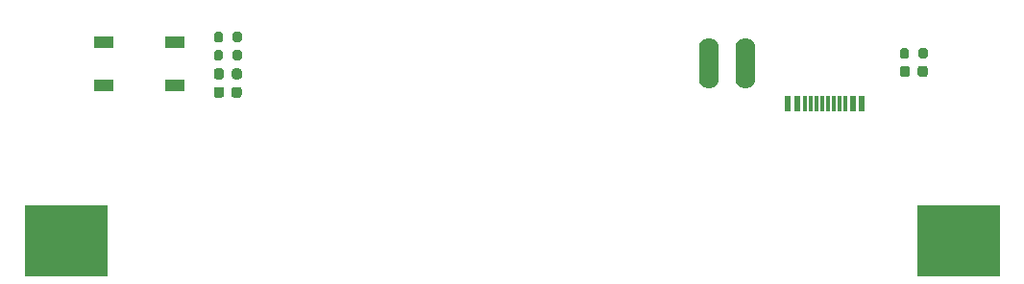
<source format=gbp>
G04 #@! TF.GenerationSoftware,KiCad,Pcbnew,(5.1.12)-1*
G04 #@! TF.CreationDate,2022-06-29T22:30:09+05:00*
G04 #@! TF.ProjectId,YNXT-WM01,594e5854-2d57-44d3-9031-2e6b69636164,rev?*
G04 #@! TF.SameCoordinates,Original*
G04 #@! TF.FileFunction,Paste,Bot*
G04 #@! TF.FilePolarity,Positive*
%FSLAX46Y46*%
G04 Gerber Fmt 4.6, Leading zero omitted, Abs format (unit mm)*
G04 Created by KiCad (PCBNEW (5.1.12)-1) date 2022-06-29 22:30:09*
%MOMM*%
%LPD*%
G01*
G04 APERTURE LIST*
%ADD10R,7.340000X6.350000*%
%ADD11O,1.750000X4.500000*%
%ADD12R,1.700000X1.000000*%
%ADD13R,0.300000X1.450000*%
%ADD14R,0.600000X1.450000*%
G04 APERTURE END LIST*
D10*
X93888001Y-112455001D03*
X172548001Y-112455001D03*
D11*
X153771000Y-96774000D03*
X150521000Y-96774000D03*
G36*
G01*
X108465500Y-99564000D02*
X108465500Y-99064000D01*
G75*
G02*
X108690500Y-98839000I225000J0D01*
G01*
X109140500Y-98839000D01*
G75*
G02*
X109365500Y-99064000I0J-225000D01*
G01*
X109365500Y-99564000D01*
G75*
G02*
X109140500Y-99789000I-225000J0D01*
G01*
X108690500Y-99789000D01*
G75*
G02*
X108465500Y-99564000I0J225000D01*
G01*
G37*
G36*
G01*
X106915500Y-99564000D02*
X106915500Y-99064000D01*
G75*
G02*
X107140500Y-98839000I225000J0D01*
G01*
X107590500Y-98839000D01*
G75*
G02*
X107815500Y-99064000I0J-225000D01*
G01*
X107815500Y-99564000D01*
G75*
G02*
X107590500Y-99789000I-225000J0D01*
G01*
X107140500Y-99789000D01*
G75*
G02*
X106915500Y-99564000I0J225000D01*
G01*
G37*
G36*
G01*
X167380200Y-97728750D02*
X167380200Y-97216250D01*
G75*
G02*
X167598950Y-96997500I218750J0D01*
G01*
X168036450Y-96997500D01*
G75*
G02*
X168255200Y-97216250I0J-218750D01*
G01*
X168255200Y-97728750D01*
G75*
G02*
X168036450Y-97947500I-218750J0D01*
G01*
X167598950Y-97947500D01*
G75*
G02*
X167380200Y-97728750I0J218750D01*
G01*
G37*
G36*
G01*
X168955200Y-97728750D02*
X168955200Y-97216250D01*
G75*
G02*
X169173950Y-96997500I218750J0D01*
G01*
X169611450Y-96997500D01*
G75*
G02*
X169830200Y-97216250I0J-218750D01*
G01*
X169830200Y-97728750D01*
G75*
G02*
X169611450Y-97947500I-218750J0D01*
G01*
X169173950Y-97947500D01*
G75*
G02*
X168955200Y-97728750I0J218750D01*
G01*
G37*
G36*
G01*
X107727700Y-94174900D02*
X107727700Y-94724900D01*
G75*
G02*
X107527700Y-94924900I-200000J0D01*
G01*
X107127700Y-94924900D01*
G75*
G02*
X106927700Y-94724900I0J200000D01*
G01*
X106927700Y-94174900D01*
G75*
G02*
X107127700Y-93974900I200000J0D01*
G01*
X107527700Y-93974900D01*
G75*
G02*
X107727700Y-94174900I0J-200000D01*
G01*
G37*
G36*
G01*
X109377700Y-94174900D02*
X109377700Y-94724900D01*
G75*
G02*
X109177700Y-94924900I-200000J0D01*
G01*
X108777700Y-94924900D01*
G75*
G02*
X108577700Y-94724900I0J200000D01*
G01*
X108577700Y-94174900D01*
G75*
G02*
X108777700Y-93974900I200000J0D01*
G01*
X109177700Y-93974900D01*
G75*
G02*
X109377700Y-94174900I0J-200000D01*
G01*
G37*
G36*
G01*
X167380200Y-96160000D02*
X167380200Y-95610000D01*
G75*
G02*
X167580200Y-95410000I200000J0D01*
G01*
X167980200Y-95410000D01*
G75*
G02*
X168180200Y-95610000I0J-200000D01*
G01*
X168180200Y-96160000D01*
G75*
G02*
X167980200Y-96360000I-200000J0D01*
G01*
X167580200Y-96360000D01*
G75*
G02*
X167380200Y-96160000I0J200000D01*
G01*
G37*
G36*
G01*
X169030200Y-96160000D02*
X169030200Y-95610000D01*
G75*
G02*
X169230200Y-95410000I200000J0D01*
G01*
X169630200Y-95410000D01*
G75*
G02*
X169830200Y-95610000I0J-200000D01*
G01*
X169830200Y-96160000D01*
G75*
G02*
X169630200Y-96360000I-200000J0D01*
G01*
X169230200Y-96360000D01*
G75*
G02*
X169030200Y-96160000I0J200000D01*
G01*
G37*
D12*
X103480000Y-94874000D03*
X97180000Y-94874000D03*
X103480000Y-98674000D03*
X97180000Y-98674000D03*
G36*
G01*
X109378200Y-97432150D02*
X109378200Y-97944650D01*
G75*
G02*
X109159450Y-98163400I-218750J0D01*
G01*
X108721950Y-98163400D01*
G75*
G02*
X108503200Y-97944650I0J218750D01*
G01*
X108503200Y-97432150D01*
G75*
G02*
X108721950Y-97213400I218750J0D01*
G01*
X109159450Y-97213400D01*
G75*
G02*
X109378200Y-97432150I0J-218750D01*
G01*
G37*
G36*
G01*
X107803200Y-97432150D02*
X107803200Y-97944650D01*
G75*
G02*
X107584450Y-98163400I-218750J0D01*
G01*
X107146950Y-98163400D01*
G75*
G02*
X106928200Y-97944650I0J218750D01*
G01*
X106928200Y-97432150D01*
G75*
G02*
X107146950Y-97213400I218750J0D01*
G01*
X107584450Y-97213400D01*
G75*
G02*
X107803200Y-97432150I0J-218750D01*
G01*
G37*
G36*
G01*
X106928200Y-96312400D02*
X106928200Y-95762400D01*
G75*
G02*
X107128200Y-95562400I200000J0D01*
G01*
X107528200Y-95562400D01*
G75*
G02*
X107728200Y-95762400I0J-200000D01*
G01*
X107728200Y-96312400D01*
G75*
G02*
X107528200Y-96512400I-200000J0D01*
G01*
X107128200Y-96512400D01*
G75*
G02*
X106928200Y-96312400I0J200000D01*
G01*
G37*
G36*
G01*
X108578200Y-96312400D02*
X108578200Y-95762400D01*
G75*
G02*
X108778200Y-95562400I200000J0D01*
G01*
X109178200Y-95562400D01*
G75*
G02*
X109378200Y-95762400I0J-200000D01*
G01*
X109378200Y-96312400D01*
G75*
G02*
X109178200Y-96512400I-200000J0D01*
G01*
X108778200Y-96512400D01*
G75*
G02*
X108578200Y-96312400I0J200000D01*
G01*
G37*
D13*
X160532000Y-100311000D03*
X162532000Y-100311000D03*
X162032000Y-100311000D03*
X161532000Y-100311000D03*
X161032000Y-100311000D03*
X160032000Y-100311000D03*
X159532000Y-100311000D03*
X159032000Y-100311000D03*
D14*
X164032000Y-100311000D03*
X163232000Y-100311000D03*
X158332000Y-100311000D03*
X157532000Y-100311000D03*
X157532000Y-100311000D03*
X158332000Y-100311000D03*
X163232000Y-100311000D03*
X164032000Y-100311000D03*
M02*

</source>
